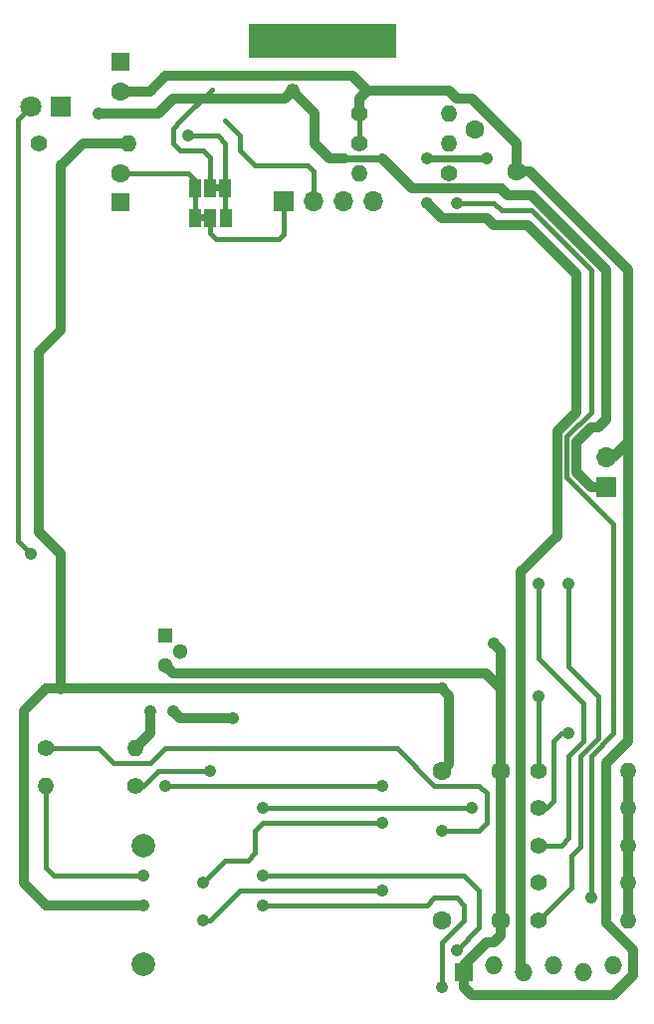
<source format=gbr>
%TF.GenerationSoftware,KiCad,Pcbnew,9.0.0*%
%TF.CreationDate,2025-08-10T17:42:25-03:00*%
%TF.ProjectId,BadgeGaroa_r2,42616467-6547-4617-926f-615f72322e6b,rev?*%
%TF.SameCoordinates,Original*%
%TF.FileFunction,Copper,L2,Bot*%
%TF.FilePolarity,Positive*%
%FSLAX46Y46*%
G04 Gerber Fmt 4.6, Leading zero omitted, Abs format (unit mm)*
G04 Created by KiCad (PCBNEW 9.0.0) date 2025-08-10 17:42:25*
%MOMM*%
%LPD*%
G01*
G04 APERTURE LIST*
G04 Aperture macros list*
%AMRoundRect*
0 Rectangle with rounded corners*
0 $1 Rounding radius*
0 $2 $3 $4 $5 $6 $7 $8 $9 X,Y pos of 4 corners*
0 Add a 4 corners polygon primitive as box body*
4,1,4,$2,$3,$4,$5,$6,$7,$8,$9,$2,$3,0*
0 Add four circle primitives for the rounded corners*
1,1,$1+$1,$2,$3*
1,1,$1+$1,$4,$5*
1,1,$1+$1,$6,$7*
1,1,$1+$1,$8,$9*
0 Add four rect primitives between the rounded corners*
20,1,$1+$1,$2,$3,$4,$5,0*
20,1,$1+$1,$4,$5,$6,$7,0*
20,1,$1+$1,$6,$7,$8,$9,0*
20,1,$1+$1,$8,$9,$2,$3,0*%
G04 Aperture macros list end*
%TA.AperFunction,EtchedComponent*%
%ADD10C,0.000000*%
%TD*%
%TA.AperFunction,ComponentPad*%
%ADD11R,1.700000X1.700000*%
%TD*%
%TA.AperFunction,ComponentPad*%
%ADD12O,1.700000X1.700000*%
%TD*%
%TA.AperFunction,ComponentPad*%
%ADD13R,1.300000X1.300000*%
%TD*%
%TA.AperFunction,ComponentPad*%
%ADD14C,1.300000*%
%TD*%
%TA.AperFunction,ComponentPad*%
%ADD15C,1.400000*%
%TD*%
%TA.AperFunction,ComponentPad*%
%ADD16O,1.400000X1.400000*%
%TD*%
%TA.AperFunction,ComponentPad*%
%ADD17C,1.600000*%
%TD*%
%TA.AperFunction,ComponentPad*%
%ADD18R,1.600000X1.600000*%
%TD*%
%TA.AperFunction,ComponentPad*%
%ADD19RoundRect,0.056000X-6.244000X-1.344000X6.244000X-1.344000X6.244000X1.344000X-6.244000X1.344000X0*%
%TD*%
%TA.AperFunction,ComponentPad*%
%ADD20R,1.524000X1.524000*%
%TD*%
%TA.AperFunction,ComponentPad*%
%ADD21O,1.524000X1.524000*%
%TD*%
%TA.AperFunction,ComponentPad*%
%ADD22C,2.000000*%
%TD*%
%TA.AperFunction,SMDPad,CuDef*%
%ADD23R,1.700000X1.700000*%
%TD*%
%TA.AperFunction,SMDPad,CuDef*%
%ADD24O,1.700000X1.700000*%
%TD*%
%TA.AperFunction,SMDPad,CuDef*%
%ADD25R,1.000000X1.500000*%
%TD*%
%TA.AperFunction,ComponentPad*%
%ADD26R,1.800000X1.800000*%
%TD*%
%TA.AperFunction,ComponentPad*%
%ADD27C,1.800000*%
%TD*%
%TA.AperFunction,ViaPad*%
%ADD28C,1.066800*%
%TD*%
%TA.AperFunction,ViaPad*%
%ADD29C,1.219200*%
%TD*%
%TA.AperFunction,Conductor*%
%ADD30C,0.812800*%
%TD*%
%TA.AperFunction,Conductor*%
%ADD31C,0.406400*%
%TD*%
%TA.AperFunction,Conductor*%
%ADD32C,0.609600*%
%TD*%
G04 APERTURE END LIST*
D10*
%TA.AperFunction,EtchedComponent*%
%TO.C,JP3*%
G36*
X84436000Y-51658800D02*
G01*
X83936000Y-51658800D01*
X83936000Y-51058800D01*
X84436000Y-51058800D01*
X84436000Y-51658800D01*
G37*
%TD.AperFunction*%
%TA.AperFunction,EtchedComponent*%
%TO.C,JP2*%
G36*
X83166000Y-54198800D02*
G01*
X82666000Y-54198800D01*
X82666000Y-53598800D01*
X83166000Y-53598800D01*
X83166000Y-54198800D01*
G37*
%TD.AperFunction*%
%TD*%
D11*
%TO.P,OLED1,1,Pin_1*%
%TO.N,Net-(JP2-C)*%
X89799000Y-52501800D03*
D12*
%TO.P,OLED1,2,Pin_2*%
%TO.N,Net-(JP3-C)*%
X92339000Y-52501800D03*
%TO.P,OLED1,3,Pin_3*%
%TO.N,Net-(MOD1-GPIO5)*%
X94878999Y-52501800D03*
%TO.P,OLED1,4,Pin_4*%
%TO.N,Net-(MOD1-GPIO4)*%
X97419000Y-52501800D03*
%TD*%
D13*
%TO.P,Q1,1,C*%
%TO.N,Net-(JP1-C)*%
X79756000Y-89428800D03*
D14*
%TO.P,Q1,2,B*%
%TO.N,Net-(Q1-B)*%
X81026000Y-90708800D03*
%TO.P,Q1,3,E*%
%TO.N,GNDD*%
X79756000Y-91968800D03*
%TD*%
D15*
%TO.P,R7,1*%
%TO.N,Net-(J2-DAT0)*%
X111506000Y-107238800D03*
D16*
%TO.P,R7,2*%
%TO.N,+3.3V*%
X119126000Y-107238800D03*
%TD*%
D15*
%TO.P,R14,1*%
%TO.N,GNDD*%
X96266000Y-47548800D03*
D16*
%TO.P,R14,2*%
%TO.N,Net-(CI2-PROG)*%
X103886000Y-47548800D03*
%TD*%
D17*
%TO.P,C4,1*%
%TO.N,GNDD*%
X108291000Y-100888800D03*
%TO.P,C4,2*%
%TO.N,+3.3V*%
X103291000Y-100888800D03*
%TD*%
D15*
%TO.P,R5,1*%
%TO.N,Net-(MOD1-EN)*%
X111506000Y-110413800D03*
D16*
%TO.P,R5,2*%
%TO.N,+3.3V*%
X119126000Y-110413800D03*
%TD*%
D18*
%TO.P,C6,1*%
%TO.N,Net-(CI2-BAT)*%
X75946000Y-52588800D03*
D17*
%TO.P,C6,2*%
%TO.N,GNDD*%
X75946000Y-50088800D03*
%TD*%
D15*
%TO.P,R8,1*%
%TO.N,Net-(J2-CMD)*%
X111506000Y-100888800D03*
D16*
%TO.P,R8,2*%
%TO.N,+3.3V*%
X119126000Y-100888800D03*
%TD*%
D18*
%TO.P,C7,1*%
%TO.N,+3.3V*%
X75946000Y-40628687D03*
D17*
%TO.P,C7,2*%
%TO.N,GNDD*%
X75946000Y-43128687D03*
%TD*%
D15*
%TO.P,R10,1*%
%TO.N,Net-(J2-DAT3{slash}CD)*%
X77216000Y-102158800D03*
D16*
%TO.P,R10,2*%
%TO.N,GNDD*%
X69596000Y-102158800D03*
%TD*%
D15*
%TO.P,R6,1*%
%TO.N,Net-(LD1-A)*%
X68961000Y-47548800D03*
D16*
%TO.P,R6,2*%
%TO.N,+3.3V*%
X76581000Y-47548800D03*
%TD*%
D19*
%TO.P,H1,1,1*%
%TO.N,N/C*%
X93101000Y-38832800D03*
%TD*%
D20*
%TO.P,P2,1,Pin_1*%
%TO.N,GNDD*%
X105156000Y-118033800D03*
D21*
%TO.P,P2,2,Pin_2*%
%TO.N,unconnected-(P2-Pin_2-Pad2)*%
X107696000Y-117398800D03*
%TO.P,P2,3,Pin_3*%
%TO.N,+5V*%
X110236000Y-118033800D03*
%TO.P,P2,4,Pin_4*%
%TO.N,Net-(MOD1-GPIO3{slash}RXD)*%
X112776000Y-117398800D03*
%TO.P,P2,5,Pin_5*%
%TO.N,Net-(MOD1-GPIO1{slash}TXD)*%
X115316000Y-118033800D03*
%TO.P,P2,6,Pin_6*%
%TO.N,unconnected-(P2-Pin_6-Pad6)*%
X117856000Y-117398800D03*
%TD*%
D22*
%TO.P,J2,*%
%TO.N,*%
X77871000Y-117318799D03*
X77861000Y-107258800D03*
%TD*%
D15*
%TO.P,R9,1*%
%TO.N,Net-(MOD1-GPIO16)*%
X69596000Y-98983800D03*
D16*
%TO.P,R9,2*%
%TO.N,Net-(Q1-B)*%
X77216000Y-98983800D03*
%TD*%
D15*
%TO.P,R3,1*%
%TO.N,Net-(MOD1-~{RST})*%
X111506000Y-113588800D03*
D16*
%TO.P,R3,2*%
%TO.N,+3.3V*%
X119126000Y-113588800D03*
%TD*%
D17*
%TO.P,C5,1*%
%TO.N,GNDD*%
X108291000Y-113588800D03*
%TO.P,C5,2*%
%TO.N,/AD_VBat*%
X103291000Y-113588800D03*
%TD*%
%TO.P,C1,1*%
%TO.N,GNDD*%
X109601000Y-49951567D03*
%TO.P,C1,2*%
%TO.N,+5V*%
X106065466Y-46416033D03*
%TD*%
D15*
%TO.P,R11,1*%
%TO.N,/AD_VBat*%
X103886000Y-50088800D03*
D16*
%TO.P,R11,2*%
%TO.N,Net-(CI1-VI)*%
X96266000Y-50088800D03*
%TD*%
D15*
%TO.P,R15,1*%
%TO.N,GNDD*%
X96266000Y-45008800D03*
D16*
%TO.P,R15,2*%
%TO.N,/AD_VBat*%
X103886000Y-45008800D03*
%TD*%
D15*
%TO.P,R4,1*%
%TO.N,Net-(MOD1-GPIO0)*%
X111506000Y-104063800D03*
D16*
%TO.P,R4,2*%
%TO.N,+3.3V*%
X119126000Y-104063800D03*
%TD*%
D23*
%TO.P,P1,1,P1*%
%TO.N,Net-(CI2-BAT)*%
X117221000Y-76758800D03*
D24*
%TO.P,P1,2,P2*%
%TO.N,GNDD*%
X117221000Y-74218800D03*
%TD*%
D25*
%TO.P,JP3,1,A*%
%TO.N,+3.3V*%
X84836000Y-51358800D03*
%TO.P,JP3,2,C*%
%TO.N,Net-(JP3-C)*%
X83536000Y-51358800D03*
%TO.P,JP3,3,B*%
%TO.N,GNDD*%
X82236000Y-51358800D03*
%TD*%
%TO.P,JP2,1,A*%
%TO.N,GNDD*%
X82266000Y-53898800D03*
%TO.P,JP2,2,C*%
%TO.N,Net-(JP2-C)*%
X83566000Y-53898800D03*
%TO.P,JP2,3,B*%
%TO.N,+3.3V*%
X84866000Y-53898800D03*
%TD*%
D26*
%TO.P,LD1,1,A*%
%TO.N,Net-(LD1-A)*%
X70871000Y-44413800D03*
D27*
%TO.P,LD1,2,K*%
%TO.N,Net-(JP1-B)*%
X68331000Y-44413800D03*
%TD*%
D28*
%TO.N,+3.3V*%
X103251000Y-93903800D03*
X70866000Y-93903800D03*
X81661000Y-46913800D03*
X77851000Y-112318800D03*
%TO.N,+5V*%
X101981000Y-48818800D03*
X101981000Y-52628800D03*
X107061000Y-48818800D03*
%TO.N,GNDD*%
X85471000Y-96443800D03*
X107696000Y-90093800D03*
X80391000Y-95808800D03*
X77851000Y-109778800D03*
%TO.N,/AD_VBat*%
X115951000Y-111683800D03*
X104521000Y-52628800D03*
%TO.N,Net-(CI2-BAT)*%
X74041000Y-45008800D03*
D29*
X90551000Y-43103800D03*
D28*
%TO.N,Net-(J2-DAT0)*%
X111506000Y-85013800D03*
X79756000Y-102158800D03*
X98171000Y-102158800D03*
%TO.N,Net-(J2-CLK)*%
X98171000Y-105333800D03*
X82931000Y-110413800D03*
%TO.N,Net-(J2-DAT3{slash}CD)*%
X83566000Y-100888800D03*
%TO.N,Net-(J2-CMD)*%
X98171000Y-111048800D03*
X111506000Y-94538800D03*
X82931000Y-113588800D03*
%TO.N,Net-(JP1-B)*%
X68326000Y-82473800D03*
%TO.N,Net-(MOD1-GPIO1{slash}TXD)*%
X88011000Y-112318800D03*
X103251000Y-119303800D03*
%TO.N,Net-(MOD1-GPIO3{slash}RXD)*%
X88011000Y-109778800D03*
X104521000Y-116128800D03*
%TO.N,Net-(MOD1-GPIO0)*%
X114046000Y-97713800D03*
X88011000Y-104063800D03*
X105791000Y-104063800D03*
%TO.N,Net-(MOD1-~{RST})*%
X114046000Y-85013800D03*
%TO.N,Net-(MOD1-GPIO16)*%
X103251000Y-105968800D03*
%TO.N,Net-(Q1-B)*%
X78486000Y-95808800D03*
%TD*%
D30*
%TO.N,+3.3V*%
X69596000Y-112318800D02*
X67691000Y-110413800D01*
X72771000Y-47548800D02*
X76581000Y-47548800D01*
X103886000Y-94538800D02*
X103886000Y-100293800D01*
D31*
X84866000Y-51388800D02*
X84836000Y-51358800D01*
D30*
X68961000Y-65328800D02*
X70866000Y-63423800D01*
D31*
X84201000Y-46913800D02*
X84836000Y-47548800D01*
D30*
X68961000Y-80568800D02*
X68961000Y-65328800D01*
X70866000Y-93903800D02*
X70866000Y-82473800D01*
X67691000Y-95808800D02*
X69596000Y-93903800D01*
D31*
X81661000Y-46913800D02*
X84201000Y-46913800D01*
D30*
X103886000Y-100293800D02*
X103291000Y-100888800D01*
X69596000Y-93903800D02*
X70866000Y-93903800D01*
X103251000Y-93903800D02*
X70866000Y-93903800D01*
D31*
X77851000Y-112318800D02*
X72136000Y-112318800D01*
D30*
X103251000Y-93903800D02*
X103886000Y-94538800D01*
X70866000Y-49453800D02*
X72771000Y-47548800D01*
D31*
X84836000Y-47548800D02*
X84836000Y-51358800D01*
D30*
X67691000Y-110413800D02*
X67691000Y-95808800D01*
D31*
X84836000Y-51358800D02*
X84836000Y-53868800D01*
X84836000Y-53868800D02*
X84866000Y-53898800D01*
D30*
X70866000Y-82473800D02*
X68961000Y-80568800D01*
X77851000Y-112318800D02*
X69596000Y-112318800D01*
X70866000Y-63423800D02*
X70866000Y-49453800D01*
X119126000Y-113588800D02*
X119126000Y-100888800D01*
%TO.N,+5V*%
X107061000Y-53898800D02*
X107696000Y-54533800D01*
X109982000Y-83997800D02*
X109982000Y-117779800D01*
X109982000Y-117779800D02*
X110236000Y-118033800D01*
X103251000Y-53898800D02*
X107061000Y-53898800D01*
X114681000Y-58660743D02*
X114681000Y-70408800D01*
X101981000Y-52628800D02*
X103251000Y-53898800D01*
X113059798Y-72030002D02*
X113059799Y-72948800D01*
X113059799Y-72948800D02*
X113059799Y-80920001D01*
X110554057Y-54533800D02*
X114681000Y-58660743D01*
X113059799Y-80920001D02*
X109982000Y-83997800D01*
D32*
X107061000Y-48818800D02*
X101981000Y-48818800D01*
D30*
X107696000Y-54533800D02*
X110554057Y-54533800D01*
X114681000Y-70408800D02*
X113059798Y-72030002D01*
D31*
%TO.N,GNDD*%
X82236000Y-50663800D02*
X81661000Y-50088800D01*
D30*
X104521000Y-43738800D02*
X103886000Y-43103800D01*
X119126000Y-58343800D02*
X110733767Y-49951567D01*
D31*
X82236000Y-53868800D02*
X82266000Y-53898800D01*
D30*
X80421000Y-92633800D02*
X107021000Y-92633800D01*
X81026000Y-96443800D02*
X80391000Y-95808800D01*
X79756000Y-41833800D02*
X95631000Y-41833800D01*
D31*
X82236000Y-51358800D02*
X82236000Y-50663800D01*
D30*
X105780787Y-119928587D02*
X105156000Y-119303800D01*
D31*
X82266000Y-51388800D02*
X82236000Y-51358800D01*
D30*
X75946000Y-43128687D02*
X78461113Y-43128687D01*
X119126000Y-98348800D02*
X117221000Y-100253800D01*
X119555329Y-118229258D02*
X117856000Y-119928587D01*
X117856000Y-119928587D02*
X105780787Y-119928587D01*
X96901000Y-43103800D02*
X96266000Y-43738800D01*
D31*
X96266000Y-45008800D02*
X96266000Y-47548800D01*
D30*
X108291000Y-93903800D02*
X108291000Y-90688800D01*
X107061000Y-115493800D02*
X105156000Y-117398800D01*
X103886000Y-43103800D02*
X96901000Y-43103800D01*
D31*
X81661000Y-50088800D02*
X75946000Y-50088800D01*
D30*
X79756000Y-91968800D02*
X80421000Y-92633800D01*
X108291000Y-113588800D02*
X108291000Y-100888800D01*
X108291000Y-113588800D02*
X108291000Y-114898800D01*
X107021000Y-92633800D02*
X108291000Y-93903800D01*
X119126000Y-72948800D02*
X119126000Y-58343800D01*
X110733767Y-49951567D02*
X109601000Y-49951567D01*
X105791000Y-43738800D02*
X104521000Y-43738800D01*
X105156000Y-117398800D02*
X105156000Y-118033800D01*
X105156000Y-119303800D02*
X105156000Y-118668800D01*
D31*
X69596000Y-109143800D02*
X69596000Y-102158800D01*
D30*
X109601000Y-47548800D02*
X105791000Y-43738800D01*
D31*
X77851000Y-109778800D02*
X70231000Y-109778800D01*
D30*
X117221000Y-113794527D02*
X119555329Y-116128856D01*
X119555329Y-116128856D02*
X119555329Y-118229258D01*
X119126000Y-72948800D02*
X119126000Y-98348800D01*
X117221000Y-100253800D02*
X117221000Y-113794527D01*
X108291000Y-100888800D02*
X108291000Y-93903800D01*
X108291000Y-90688800D02*
X107696000Y-90093800D01*
D31*
X82236000Y-51358800D02*
X82236000Y-53868800D01*
D30*
X107696000Y-115493800D02*
X107061000Y-115493800D01*
X85471000Y-96443800D02*
X81026000Y-96443800D01*
X117856000Y-74218800D02*
X119126000Y-72948800D01*
X96266000Y-43738800D02*
X96266000Y-45008800D01*
D31*
X70231000Y-109778800D02*
X69596000Y-109143800D01*
D30*
X108291000Y-114898800D02*
X107696000Y-115493800D01*
X78461113Y-43128687D02*
X79756000Y-41833800D01*
X109601000Y-49951567D02*
X109601000Y-47548800D01*
X95631000Y-41833800D02*
X96901000Y-43103800D01*
D31*
%TO.N,/AD_VBat*%
X113870399Y-72489401D02*
X113870400Y-74218800D01*
X113870399Y-75948199D02*
X117856000Y-79933800D01*
X115951000Y-58343800D02*
X115951000Y-70408800D01*
X110871000Y-53263800D02*
X108331000Y-53263800D01*
X113870400Y-74218800D02*
X113870399Y-75948199D01*
X115951000Y-70408800D02*
X113870399Y-72489401D01*
X108331000Y-53263800D02*
X107696000Y-52628800D01*
X110871000Y-53263800D02*
X115951000Y-58343800D01*
X107696000Y-52628800D02*
X104521000Y-52628800D01*
X117856000Y-97713800D02*
X115951000Y-99618800D01*
X115951000Y-99618800D02*
X115951000Y-111683800D01*
X117856000Y-79933800D02*
X117856000Y-97713800D01*
D30*
%TO.N,Net-(CI2-BAT)*%
X117221000Y-71043800D02*
X116586000Y-71678800D01*
X108331000Y-51433600D02*
X108891200Y-51993800D01*
X100748400Y-51396200D02*
X108293600Y-51396200D01*
X110871000Y-51993800D02*
X117221000Y-58343800D01*
X93726000Y-48818800D02*
X94996000Y-48818800D01*
X90551000Y-43103800D02*
X92456000Y-45008800D01*
X74041000Y-45008800D02*
X79121000Y-45008800D01*
X115951000Y-71678800D02*
X114681000Y-72948800D01*
X92456000Y-47548800D02*
X93726000Y-48818800D01*
X80391000Y-43738800D02*
X89916000Y-43738800D01*
X115951000Y-76758800D02*
X117221000Y-76758800D01*
X114681000Y-72948800D02*
X114681000Y-75488800D01*
X114681000Y-75488800D02*
X115951000Y-76758800D01*
X108293600Y-51396200D02*
X108331000Y-51358800D01*
D32*
X94996000Y-48818800D02*
X98171000Y-48818800D01*
D30*
X116586000Y-71678800D02*
X115951000Y-71678800D01*
X79121000Y-45008800D02*
X80391000Y-43738800D01*
X92456000Y-45008800D02*
X92456000Y-47548800D01*
X89916000Y-43738800D02*
X90551000Y-43103800D01*
X117221000Y-58343800D02*
X117221000Y-71043800D01*
X108331000Y-51358800D02*
X108331000Y-51433600D01*
X108891200Y-51993800D02*
X110871000Y-51993800D01*
X98171000Y-48818800D02*
X100748400Y-51396200D01*
D31*
%TO.N,Net-(J2-DAT0)*%
X111506000Y-91363800D02*
X115316000Y-95173800D01*
X114046000Y-106603800D02*
X114046000Y-99618800D01*
X111506000Y-85013800D02*
X111506000Y-91363800D01*
X79756000Y-102158800D02*
X98171000Y-102158800D01*
X111506000Y-107238800D02*
X113411000Y-107238800D01*
X115316000Y-98348800D02*
X115316000Y-95173800D01*
X114046000Y-99618800D02*
X115316000Y-98348800D01*
X113411000Y-107238800D02*
X114046000Y-106603800D01*
%TO.N,Net-(J2-CLK)*%
X84836000Y-108508800D02*
X82931000Y-110413800D01*
X87376000Y-105968800D02*
X87376000Y-107873800D01*
X87376000Y-107873800D02*
X86741000Y-108508800D01*
X86741000Y-108508800D02*
X84836000Y-108508800D01*
X98171000Y-105333800D02*
X88011000Y-105333800D01*
X88011000Y-105333800D02*
X87376000Y-105968800D01*
%TO.N,Net-(J2-DAT3{slash}CD)*%
X77851000Y-102158800D02*
X79121000Y-100888800D01*
X77216000Y-102158800D02*
X77851000Y-102158800D01*
X79121000Y-100888800D02*
X83566000Y-100888800D01*
%TO.N,Net-(J2-CMD)*%
X82931000Y-113588800D02*
X83566000Y-113588800D01*
X86106000Y-111048800D02*
X96266000Y-111048800D01*
X83566000Y-113588800D02*
X86106000Y-111048800D01*
X111506000Y-100888800D02*
X111506000Y-94538800D01*
X96266000Y-111048800D02*
X98171000Y-111048800D01*
%TO.N,Net-(JP1-B)*%
X67201400Y-81349200D02*
X68326000Y-82473800D01*
X67201400Y-48818800D02*
X67201400Y-81349200D01*
X67201400Y-45543400D02*
X67201400Y-48818800D01*
X68331000Y-44413800D02*
X67201400Y-45543400D01*
%TO.N,Net-(JP2-C)*%
X89401000Y-55683800D02*
X84081000Y-55683800D01*
X89799000Y-52501800D02*
X89799000Y-55285800D01*
X83566000Y-55168800D02*
X83566000Y-53898800D01*
X84081000Y-55683800D02*
X83566000Y-55168800D01*
X89799000Y-55285800D02*
X89401000Y-55683800D01*
%TO.N,Net-(JP3-C)*%
X87376000Y-49453800D02*
X91821000Y-49453800D01*
X86106000Y-48183800D02*
X87376000Y-49453800D01*
X80391000Y-47548800D02*
X80391000Y-46278800D01*
X81026000Y-45643800D02*
X83720077Y-42949723D01*
X84836000Y-45643800D02*
X86106000Y-46913800D01*
X83536000Y-51358800D02*
X83536000Y-48788800D01*
X92339000Y-49971800D02*
X92339000Y-52501800D01*
X91821000Y-49453800D02*
X92339000Y-49971800D01*
X83536000Y-48788800D02*
X82931000Y-48183800D01*
X82931000Y-48183800D02*
X81026000Y-48183800D01*
X81026000Y-48183800D02*
X80391000Y-47548800D01*
X80391000Y-46278800D02*
X81026000Y-45643800D01*
X86106000Y-46913800D02*
X86106000Y-48183800D01*
%TO.N,Net-(MOD1-GPIO1{slash}TXD)*%
X101981000Y-112318800D02*
X102616000Y-111683800D01*
X105156000Y-113588800D02*
X105156000Y-112318800D01*
X103251000Y-115493800D02*
X105156000Y-113588800D01*
X105156000Y-112318800D02*
X104521000Y-111683800D01*
X102616000Y-111683800D02*
X104521000Y-111683800D01*
X103251000Y-119303800D02*
X103251000Y-115493800D01*
X88011000Y-112318800D02*
X101981000Y-112318800D01*
%TO.N,Net-(MOD1-GPIO3{slash}RXD)*%
X104521000Y-116128800D02*
X106426000Y-114223800D01*
X106426000Y-114223800D02*
X106426000Y-112318800D01*
X106426000Y-111048800D02*
X105156000Y-109778800D01*
X106426000Y-112318800D02*
X106426000Y-111048800D01*
X105156000Y-109778800D02*
X88011000Y-109778800D01*
%TO.N,Net-(MOD1-GPIO0)*%
X112776000Y-103428800D02*
X112776000Y-98348800D01*
X113411000Y-97713800D02*
X112776000Y-98348800D01*
X111506000Y-104063800D02*
X112141000Y-104063800D01*
X114046000Y-97713800D02*
X113411000Y-97713800D01*
X112141000Y-104063800D02*
X112776000Y-103428800D01*
X105791000Y-104063800D02*
X88011000Y-104063800D01*
%TO.N,Net-(MOD1-~{RST})*%
X115062000Y-99648806D02*
X115062000Y-107365800D01*
X114300000Y-108127800D02*
X114300000Y-110794800D01*
X114300000Y-110794800D02*
X111506000Y-113588800D01*
X116586000Y-94538800D02*
X116586000Y-98124806D01*
X114046000Y-91998800D02*
X116586000Y-94538800D01*
X116586000Y-98124806D02*
X115062000Y-99648806D01*
X114046000Y-85013800D02*
X114046000Y-91998800D01*
X115062000Y-107365800D02*
X114300000Y-108127800D01*
%TO.N,Net-(MOD1-GPIO16)*%
X107061000Y-102793800D02*
X107061000Y-105333800D01*
X74041000Y-98983800D02*
X75311000Y-100253800D01*
X106426000Y-105968800D02*
X103251000Y-105968800D01*
X99441000Y-98983800D02*
X102616000Y-102158800D01*
X106426000Y-102158800D02*
X107061000Y-102793800D01*
X107061000Y-105333800D02*
X106426000Y-105968800D01*
X102616000Y-102158800D02*
X106426000Y-102158800D01*
X69596000Y-98983800D02*
X74041000Y-98983800D01*
X78486000Y-100253800D02*
X79756000Y-98983800D01*
X75311000Y-100253800D02*
X78486000Y-100253800D01*
X79756000Y-98983800D02*
X99441000Y-98983800D01*
D30*
%TO.N,Net-(Q1-B)*%
X78486000Y-97713800D02*
X78486000Y-95808800D01*
X77216000Y-98983800D02*
X78486000Y-97713800D01*
%TD*%
M02*

</source>
